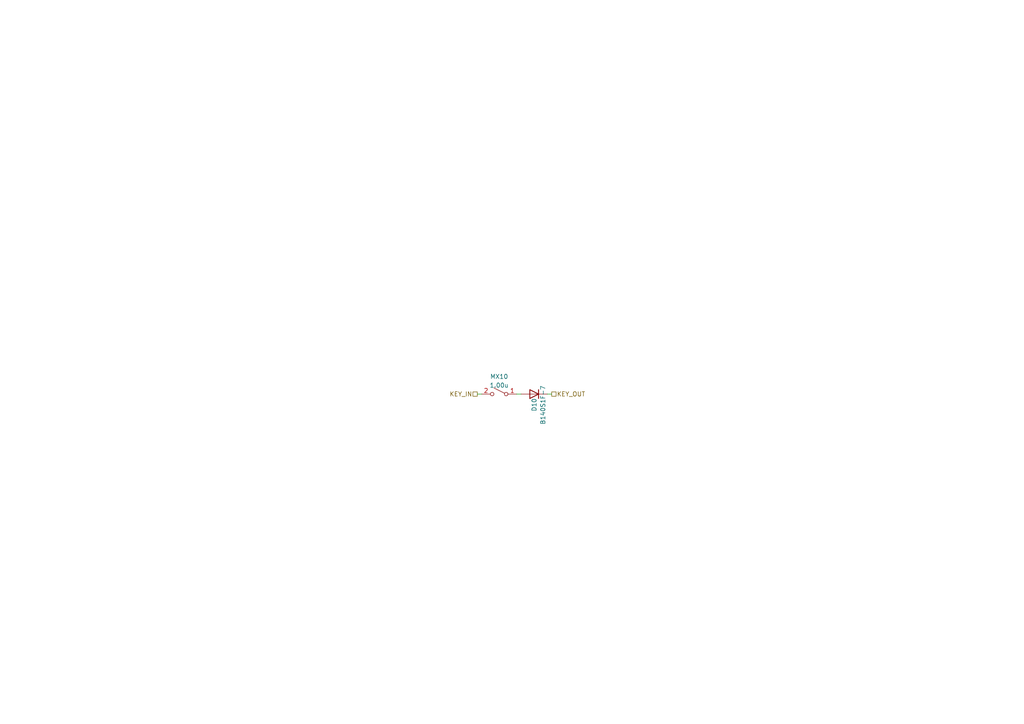
<source format=kicad_sch>
(kicad_sch (version 20250114) (generator "eeschema") (generator_version "9.0")
  (paper "A4")
  (lib_symbols
    (symbol "keyboard:diode" (pin_numbers (hide yes)) (pin_names (hide yes))
      (property "Reference" "D" (at 0 2.54 0))
      (property "Value" "1N4148" (at 0 -2.54 0))
      (symbol "diode_0_1"
        (polyline (pts (xy -1.27 1.27) (xy -1.27 -1.27)) (stroke (width 0.254)))
        (polyline (pts (xy 1.27 1.27) (xy 1.27 -1.27) (xy -1.27 0) (xy 1.27 1.27)) (stroke (width 0.254)))
        (polyline (pts (xy 1.27 0) (xy -1.27 0)))
      )
      (symbol "diode_1_1"
        (pin passive line (at -3.81 0 0) (length 2.54) (name "K") (number "1"))
        (pin passive line (at 3.81 0 180) (length 2.54) (name "A") (number "2"))
      )
    )
    (symbol "keyboard:switch" (pin_names (offset 0) (hide yes))
      (property "Reference" "MX103" (at 0 5.08 0))
      (property "Value" "1.00u" (at 0 2.54 0))
      (symbol "switch_0_0"
        (circle (center -2.032 0) (radius 0.508))
        (polyline (pts (xy -1.524 0.254) (xy 1.524 1.778)))
        (circle (center 2.032 0) (radius 0.508))
      )
      (symbol "switch_1_1"
        (pin passive line (at -5.08 0 0) (length 2.54) (name "A") (number "1"))
        (pin passive line (at 5.08 0 180) (length 2.54) (name "B") (number "2"))
      )
    )
  )
  (wire (pts (xy 158.75 114.3) (xy 160.02 114.3)))
  (wire (pts (xy 138.43 114.3) (xy 139.7 114.3)))
  (wire (pts (xy 151.13 114.3) (xy 149.86 114.3)))
  (hierarchical_label "KEY_OUT" (shape passive) (at 160.02 114.3 0))
  (hierarchical_label "KEY_IN" (shape passive) (at 138.43 114.3 180))
  (symbol (lib_id "keyboard:diode") (at 154.94 114.3 180) (unit 1)
    (property "Reference" "D1" (at 154.94 119.38 90) (effects (justify right)))
    (property "Value" "B140S1F-7" (at 157.48 123.19 90) (effects (justify right)))
    (property "Footprint" "keyboard:D_SOD-123F" (effects (hide yes)))
    (property "Datasheet" "https://datasheet.lcsc.com/lcsc/1811061725_ST-Semtech-1N4148W_C81598.pdf" (effects (hide yes)))
    (property "PN" "1N4148W" (effects (hide yes)))
    (property "LCSC Part Number" "C81598" (effects (hide yes)))
    (property "LCSC link" "https://www.lcsc.com/product-detail/Switching-Diode_ST-Semtech-1N4148W_C81598.html" (effects (hide yes)))
    (instances (project "zmk-k618" (path "" (reference "D10") (unit 1)) (path "" (reference "D4") (unit 1)) (path "" (reference "D27") (unit 1)) (path "" (reference "D5") (unit 1)) (path "" (reference "D8") (unit 1)) (path "" (reference "D28") (unit 1)) (path "" (reference "D29") (unit 1)) (path "" (reference "D6") (unit 1)) (path "" (reference "D7") (unit 1)) (path "" (reference "D3") (unit 1)) (path "" (reference "D1") (unit 1)) (path "" (reference "D9") (unit 1)) (path "" (reference "D30") (unit 1)) (path "" (reference "D2") (unit 1))))
  )
  (symbol (lib_id "keyboard:switch") (at 144.78 114.3 0) (mirror y) (unit 1)
    (property "Reference" "MX1" (at 144.78 109.22 0))
    (property "Value" "1.00u" (at 144.78 111.76 0))
    (property "Footprint" "K618:membrane" (effects (hide yes)))
    (instances (project "zmk-k618" (path "" (reference "MX10") (unit 1)) (path "" (reference "MX4") (unit 1)) (path "" (reference "MX27") (unit 1)) (path "" (reference "MX5") (unit 1)) (path "" (reference "MX8") (unit 1)) (path "" (reference "MX28") (unit 1)) (path "" (reference "MX29") (unit 1)) (path "" (reference "MX6") (unit 1)) (path "" (reference "MX7") (unit 1)) (path "" (reference "MX3") (unit 1)) (path "" (reference "MX1") (unit 1)) (path "" (reference "MX9") (unit 1)) (path "" (reference "MX30") (unit 1)) (path "" (reference "MX2") (unit 1))))
  )
)
</source>
